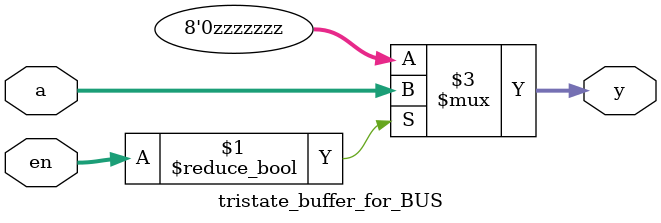
<source format=v>
module tristate_buffer (
    a, en,
    y
);

input       a, en;
output      y;

assign y= en ? a : 1'bz;
    
endmodule

module tristate_buffer_for_BUS (
    a, en,
    y
);

input       [7:0]a, en;
output      [7:0]y;

assign y= en ? a : 7'bz;
    
endmodule
</source>
